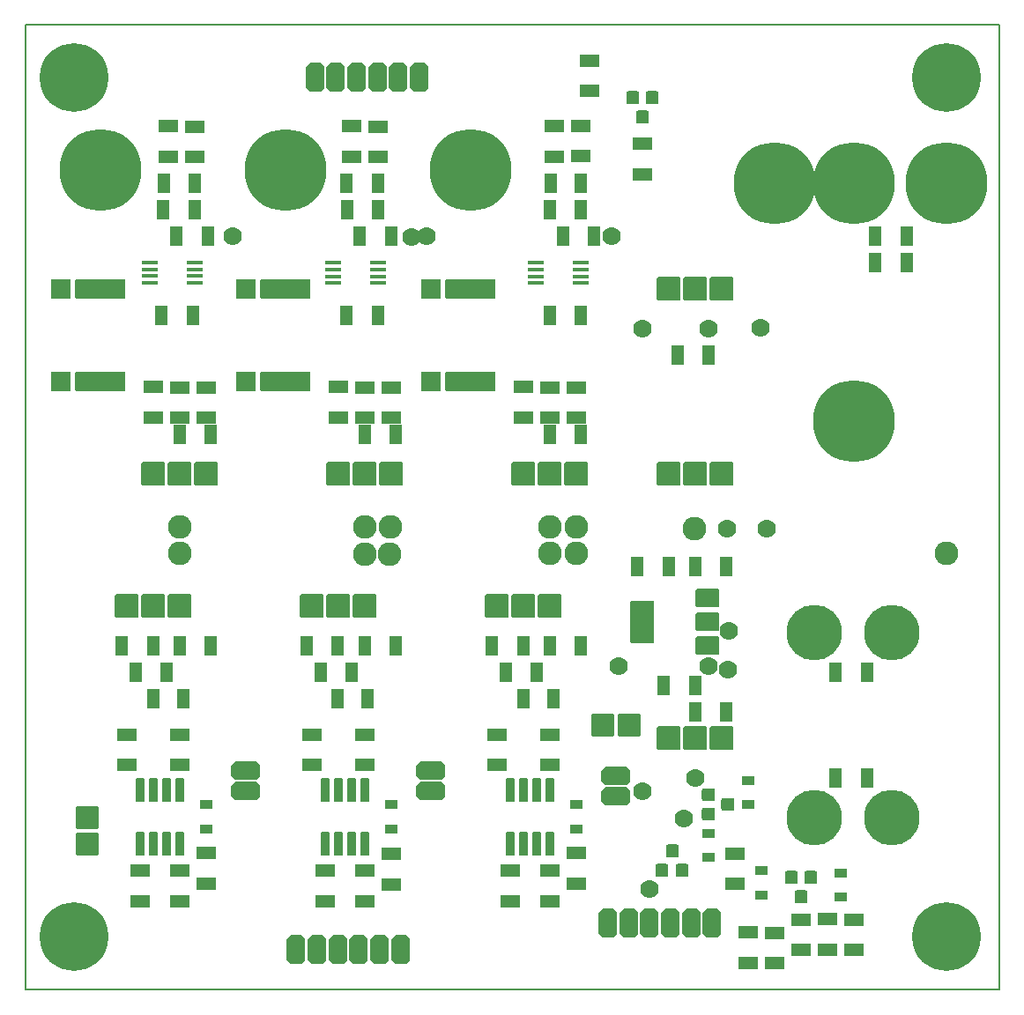
<source format=gbr>
G04 PROTEUS RS274X GERBER FILE*
%FSLAX45Y45*%
%MOMM*%
G01*
%ADD45C,1.016000*%
%ADD46C,2.286000*%
%ADD47C,1.778000*%
%ADD48C,7.874000*%
%ADD49C,5.334000*%
%AMPPAD049*
4,1,4,
0.571500,0.901700,
-0.571500,0.901700,
-0.571500,-0.901700,
0.571500,-0.901700,
0.571500,0.901700,
0*%
%ADD55PPAD049*%
%AMPPAD050*
4,1,4,
-0.901700,0.571500,
-0.901700,-0.571500,
0.901700,-0.571500,
0.901700,0.571500,
-0.901700,0.571500,
0*%
%ADD56PPAD050*%
%AMPPAD051*
4,1,36,
-2.413000,0.825500,
-2.413000,-0.825500,
-2.410470,-0.851470,
-2.403200,-0.875480,
-2.391650,-0.897080,
-2.376290,-0.915790,
-2.357570,-0.931150,
-2.335980,-0.942700,
-2.311970,-0.949970,
-2.286000,-0.952500,
2.286000,-0.952500,
2.311970,-0.949970,
2.335980,-0.942700,
2.357570,-0.931150,
2.376290,-0.915790,
2.391650,-0.897080,
2.403200,-0.875480,
2.410470,-0.851470,
2.413000,-0.825500,
2.413000,0.825500,
2.410470,0.851470,
2.403200,0.875480,
2.391650,0.897080,
2.376290,0.915790,
2.357570,0.931150,
2.335980,0.942700,
2.311970,0.949970,
2.286000,0.952500,
-2.286000,0.952500,
-2.311970,0.949970,
-2.335980,0.942700,
-2.357570,0.931150,
-2.376290,0.915790,
-2.391650,0.897080,
-2.403200,0.875480,
-2.410470,0.851470,
-2.413000,0.825500,
0*%
%ADD57PPAD051*%
%AMPPAD052*
4,1,36,
-0.952500,0.825500,
-0.952500,-0.825500,
-0.949970,-0.851470,
-0.942700,-0.875480,
-0.931150,-0.897080,
-0.915790,-0.915790,
-0.897070,-0.931150,
-0.875480,-0.942700,
-0.851470,-0.949970,
-0.825500,-0.952500,
0.825500,-0.952500,
0.851470,-0.949970,
0.875480,-0.942700,
0.897070,-0.931150,
0.915790,-0.915790,
0.931150,-0.897080,
0.942700,-0.875480,
0.949970,-0.851470,
0.952500,-0.825500,
0.952500,0.825500,
0.949970,0.851470,
0.942700,0.875480,
0.931150,0.897080,
0.915790,0.915790,
0.897070,0.931150,
0.875480,0.942700,
0.851470,0.949970,
0.825500,0.952500,
-0.825500,0.952500,
-0.851470,0.949970,
-0.875480,0.942700,
-0.897070,0.931150,
-0.915790,0.915790,
-0.931150,0.897080,
-0.942700,0.875480,
-0.949970,0.851470,
-0.952500,0.825500,
0*%
%ADD58PPAD052*%
%AMPPAD053*
4,1,36,
-0.317500,-1.143000,
0.317500,-1.143000,
0.343470,-1.140470,
0.367480,-1.133200,
0.389080,-1.121650,
0.407790,-1.106290,
0.423150,-1.087570,
0.434700,-1.065980,
0.441970,-1.041970,
0.444500,-1.016000,
0.444500,1.016000,
0.441970,1.041970,
0.434700,1.065980,
0.423150,1.087570,
0.407790,1.106290,
0.389080,1.121650,
0.367480,1.133200,
0.343470,1.140470,
0.317500,1.143000,
-0.317500,1.143000,
-0.343470,1.140470,
-0.367480,1.133200,
-0.389080,1.121650,
-0.407790,1.106290,
-0.423150,1.087570,
-0.434700,1.065980,
-0.441970,1.041970,
-0.444500,1.016000,
-0.444500,-1.016000,
-0.441970,-1.041970,
-0.434700,-1.065980,
-0.423150,-1.087570,
-0.407790,-1.106290,
-0.389080,-1.121650,
-0.367480,-1.133200,
-0.343470,-1.140470,
-0.317500,-1.143000,
0*%
%ADD59PPAD053*%
%AMPPAD054*
4,1,36,
-0.571500,0.317500,
-0.571500,-0.317500,
-0.568970,-0.343470,
-0.561700,-0.367480,
-0.550150,-0.389080,
-0.534790,-0.407790,
-0.516070,-0.423150,
-0.494480,-0.434700,
-0.470470,-0.441970,
-0.444500,-0.444500,
0.444500,-0.444500,
0.470470,-0.441970,
0.494480,-0.434700,
0.516070,-0.423150,
0.534790,-0.407790,
0.550150,-0.389080,
0.561700,-0.367480,
0.568970,-0.343470,
0.571500,-0.317500,
0.571500,0.317500,
0.568970,0.343470,
0.561700,0.367480,
0.550150,0.389080,
0.534790,0.407790,
0.516070,0.423150,
0.494480,0.434700,
0.470470,0.441970,
0.444500,0.444500,
-0.444500,0.444500,
-0.470470,0.441970,
-0.494480,0.434700,
-0.516070,0.423150,
-0.534790,0.407790,
-0.550150,0.389080,
-0.561700,0.367480,
-0.568970,0.343470,
-0.571500,0.317500,
0*%
%ADD60PPAD054*%
%AMPPAD055*
4,1,4,
0.723900,0.190500,
0.723900,-0.190500,
-0.723900,-0.190500,
-0.723900,0.190500,
0.723900,0.190500,
0*%
%ADD61PPAD055*%
%AMPPAD044*
4,1,8,
-0.509800,1.397000,
0.509800,1.397000,
0.889000,1.017800,
0.889000,-1.017800,
0.509800,-1.397000,
-0.509800,-1.397000,
-0.889000,-1.017800,
-0.889000,1.017800,
-0.509800,1.397000,
0*%
%ADD50PPAD044*%
%AMPPAD045*
4,1,36,
1.016000,-1.143000,
-1.016000,-1.143000,
-1.041970,-1.140470,
-1.065980,-1.133200,
-1.087580,-1.121650,
-1.106290,-1.106290,
-1.121650,-1.087570,
-1.133200,-1.065980,
-1.140470,-1.041970,
-1.143000,-1.016000,
-1.143000,1.016000,
-1.140470,1.041970,
-1.133200,1.065980,
-1.121650,1.087570,
-1.106290,1.106290,
-1.087580,1.121650,
-1.065980,1.133200,
-1.041970,1.140470,
-1.016000,1.143000,
1.016000,1.143000,
1.041970,1.140470,
1.065980,1.133200,
1.087580,1.121650,
1.106290,1.106290,
1.121650,1.087570,
1.133200,1.065980,
1.140470,1.041970,
1.143000,1.016000,
1.143000,-1.016000,
1.140470,-1.041970,
1.133200,-1.065980,
1.121650,-1.087570,
1.106290,-1.106290,
1.087580,-1.121650,
1.065980,-1.133200,
1.041970,-1.140470,
1.016000,-1.143000,
0*%
%ADD51PPAD045*%
%AMPPAD046*
4,1,8,
-1.397000,-0.509800,
-1.397000,0.509800,
-1.017800,0.889000,
1.017800,0.889000,
1.397000,0.509800,
1.397000,-0.509800,
1.017800,-0.889000,
-1.017800,-0.889000,
-1.397000,-0.509800,
0*%
%ADD52PPAD046*%
%AMPPAD056*
4,1,36,
-0.444500,-0.635000,
0.444500,-0.635000,
0.470470,-0.632470,
0.494480,-0.625200,
0.516080,-0.613650,
0.534790,-0.598290,
0.550150,-0.579570,
0.561700,-0.557980,
0.568970,-0.533970,
0.571500,-0.508000,
0.571500,0.508000,
0.568970,0.533970,
0.561700,0.557980,
0.550150,0.579570,
0.534790,0.598290,
0.516080,0.613650,
0.494480,0.625200,
0.470470,0.632470,
0.444500,0.635000,
-0.444500,0.635000,
-0.470470,0.632470,
-0.494480,0.625200,
-0.516080,0.613650,
-0.534790,0.598290,
-0.550150,0.579570,
-0.561700,0.557980,
-0.568970,0.533970,
-0.571500,0.508000,
-0.571500,-0.508000,
-0.568970,-0.533970,
-0.561700,-0.557980,
-0.550150,-0.579570,
-0.534790,-0.598290,
-0.516080,-0.613650,
-0.494480,-0.625200,
-0.470470,-0.632470,
-0.444500,-0.635000,
0*%
%ADD62PPAD056*%
%AMPPAD057*
4,1,36,
-0.635000,0.444500,
-0.635000,-0.444500,
-0.632470,-0.470470,
-0.625200,-0.494480,
-0.613650,-0.516080,
-0.598290,-0.534790,
-0.579570,-0.550150,
-0.557980,-0.561700,
-0.533970,-0.568970,
-0.508000,-0.571500,
0.508000,-0.571500,
0.533970,-0.568970,
0.557980,-0.561700,
0.579570,-0.550150,
0.598290,-0.534790,
0.613650,-0.516080,
0.625200,-0.494480,
0.632470,-0.470470,
0.635000,-0.444500,
0.635000,0.444500,
0.632470,0.470470,
0.625200,0.494480,
0.613650,0.516080,
0.598290,0.534790,
0.579570,0.550150,
0.557980,0.561700,
0.533970,0.568970,
0.508000,0.571500,
-0.508000,0.571500,
-0.533970,0.568970,
-0.557980,0.561700,
-0.579570,0.550150,
-0.598290,0.534790,
-0.613650,0.516080,
-0.625200,0.494480,
-0.632470,0.470470,
-0.635000,0.444500,
0*%
%ADD63PPAD057*%
%ADD53C,6.604000*%
%AMPPAD058*
4,1,36,
-1.143000,0.762000,
-1.143000,-0.762000,
-1.140470,-0.787970,
-1.133200,-0.811980,
-1.121650,-0.833580,
-1.106290,-0.852290,
-1.087570,-0.867650,
-1.065980,-0.879200,
-1.041970,-0.886470,
-1.016000,-0.889000,
1.016000,-0.889000,
1.041970,-0.886470,
1.065980,-0.879200,
1.087570,-0.867650,
1.106290,-0.852290,
1.121650,-0.833580,
1.133200,-0.811980,
1.140470,-0.787970,
1.143000,-0.762000,
1.143000,0.762000,
1.140470,0.787970,
1.133200,0.811980,
1.121650,0.833580,
1.106290,0.852290,
1.087570,0.867650,
1.065980,0.879200,
1.041970,0.886470,
1.016000,0.889000,
-1.016000,0.889000,
-1.041970,0.886470,
-1.065980,0.879200,
-1.087570,0.867650,
-1.106290,0.852290,
-1.121650,0.833580,
-1.133200,0.811980,
-1.140470,0.787970,
-1.143000,0.762000,
0*%
%ADD64PPAD058*%
%AMPPAD059*
4,1,36,
-1.016000,-2.032000,
1.016000,-2.032000,
1.041970,-2.029470,
1.065980,-2.022200,
1.087580,-2.010650,
1.106290,-1.995290,
1.121650,-1.976570,
1.133200,-1.954980,
1.140470,-1.930970,
1.143000,-1.905000,
1.143000,1.905000,
1.140470,1.930970,
1.133200,1.954980,
1.121650,1.976570,
1.106290,1.995290,
1.087580,2.010650,
1.065980,2.022200,
1.041970,2.029470,
1.016000,2.032000,
-1.016000,2.032000,
-1.041970,2.029470,
-1.065980,2.022200,
-1.087580,2.010650,
-1.106290,1.995290,
-1.121650,1.976570,
-1.133200,1.954980,
-1.140470,1.930970,
-1.143000,1.905000,
-1.143000,-1.905000,
-1.140470,-1.930970,
-1.133200,-1.954980,
-1.121650,-1.976570,
-1.106290,-1.995290,
-1.087580,-2.010650,
-1.065980,-2.022200,
-1.041970,-2.029470,
-1.016000,-2.032000,
0*%
%ADD65PPAD059*%
%AMPPAD048*
4,1,36,
-0.952500,1.079500,
0.952500,1.079500,
0.978470,1.076970,
1.002480,1.069700,
1.024080,1.058150,
1.042790,1.042790,
1.058150,1.024070,
1.069700,1.002480,
1.076970,0.978470,
1.079500,0.952500,
1.079500,-0.952500,
1.076970,-0.978470,
1.069700,-1.002480,
1.058150,-1.024070,
1.042790,-1.042790,
1.024080,-1.058150,
1.002480,-1.069700,
0.978470,-1.076970,
0.952500,-1.079500,
-0.952500,-1.079500,
-0.978470,-1.076970,
-1.002480,-1.069700,
-1.024080,-1.058150,
-1.042790,-1.042790,
-1.058150,-1.024070,
-1.069700,-1.002480,
-1.076970,-0.978470,
-1.079500,-0.952500,
-1.079500,0.952500,
-1.076970,0.978470,
-1.069700,1.002480,
-1.058150,1.024070,
-1.042790,1.042790,
-1.024080,1.058150,
-1.002480,1.069700,
-0.978470,1.076970,
-0.952500,1.079500,
0*%
%ADD54PPAD048*%
%ADD20C,0.203200*%
D45*
X+3810000Y+4445000D03*
X+4051457Y+4702773D03*
D46*
X+2032000Y+4699000D03*
X+2032000Y+4445000D03*
X+3810000Y+4699000D03*
X+4055230Y+4699000D03*
X+4051618Y+4443502D03*
X+3811498Y+4443502D03*
X+5588000Y+4699000D03*
X+5842000Y+4699000D03*
X+5588000Y+4445000D03*
X+6976920Y+4688387D03*
X+5842000Y+4445000D03*
X+9398000Y+4445000D03*
D45*
X+7612422Y+7784235D03*
X+7678581Y+4692661D03*
D47*
X+7293866Y+4688290D03*
X+7674210Y+4688290D03*
X+6184414Y+7494764D03*
X+4405826Y+7492558D03*
X+4261775Y+7489618D03*
X+2540000Y+7493000D03*
X+7610593Y+7782406D03*
X+7610593Y+6613406D03*
X+7112000Y+6604000D03*
X+6477000Y+6604000D03*
X+6985000Y+2286000D03*
X+6880957Y+1895663D03*
X+6477000Y+2159000D03*
X+6548604Y+1222517D03*
X+7309328Y+3699668D03*
X+7304701Y+3326249D03*
X+6254136Y+3362786D03*
X+7117647Y+3364262D03*
D48*
X+7747000Y+8000999D03*
X+9398000Y+8001000D03*
X+8509001Y+8000999D03*
X+8509000Y+5715000D03*
D49*
X+8128000Y+1905000D03*
X+8878001Y+1905000D03*
X+8128000Y+3683000D03*
X+8878000Y+3683000D03*
D55*
X+9017000Y+7493000D03*
X+8717000Y+7493000D03*
X+9017000Y+7239000D03*
X+8717000Y+7239000D03*
D56*
X+6477000Y+8382000D03*
X+6477000Y+8092000D03*
D55*
X+8636000Y+3302000D03*
X+8336000Y+3302000D03*
X+8636000Y+2286000D03*
X+8336000Y+2286000D03*
X+6985000Y+2921000D03*
X+7285000Y+2921000D03*
X+6731000Y+4318000D03*
X+6431000Y+4318000D03*
X+6985000Y+4318000D03*
X+7285000Y+4318000D03*
X+6985000Y+3175000D03*
X+6685000Y+3175000D03*
D57*
X+3048000Y+6985000D03*
X+3048000Y+6096000D03*
D58*
X+2667000Y+6096000D03*
X+2667000Y+6985000D03*
D57*
X+4826000Y+6985000D03*
X+4826000Y+6096000D03*
D58*
X+4445000Y+6096000D03*
X+4445000Y+6985000D03*
D57*
X+1270000Y+6985000D03*
X+1270000Y+6096000D03*
D58*
X+889000Y+6096000D03*
X+889000Y+6985000D03*
D55*
X+2332000Y+3556000D03*
X+2032000Y+3556000D03*
D59*
X+2032000Y+1651000D03*
X+1905000Y+1651000D03*
X+1778000Y+1651000D03*
X+1651000Y+1651000D03*
X+1651000Y+2171700D03*
X+1778000Y+2171700D03*
X+1905000Y+2171700D03*
X+2032000Y+2171700D03*
D56*
X+2286000Y+1570000D03*
X+2286000Y+1270000D03*
D60*
X+2286000Y+1797050D03*
X+2286000Y+2032000D03*
D56*
X+2032000Y+2703000D03*
X+2032000Y+2413000D03*
X+1524000Y+2703000D03*
X+1524000Y+2413000D03*
D61*
X+1746000Y+7047000D03*
X+1746000Y+7112000D03*
X+1746000Y+7177000D03*
X+1746000Y+7242000D03*
X+2176000Y+7242000D03*
X+2176000Y+7177000D03*
X+2176000Y+7112000D03*
X+2176000Y+7047000D03*
D55*
X+1876000Y+7750000D03*
X+2176000Y+7750000D03*
X+1859000Y+6731000D03*
X+2159000Y+6731000D03*
D56*
X+1922000Y+8258000D03*
X+1922000Y+8558000D03*
D55*
X+2003000Y+7496000D03*
X+2303000Y+7496000D03*
D56*
X+2176000Y+8548000D03*
X+2176000Y+8258000D03*
D55*
X+1886000Y+8004000D03*
X+2176000Y+8004000D03*
D59*
X+3810000Y+1651000D03*
X+3683000Y+1651000D03*
X+3556000Y+1651000D03*
X+3429000Y+1651000D03*
X+3429000Y+2171700D03*
X+3556000Y+2171700D03*
X+3683000Y+2171700D03*
X+3810000Y+2171700D03*
D56*
X+3810000Y+2703000D03*
X+3810000Y+2413000D03*
X+3302000Y+2703000D03*
X+3302000Y+2413000D03*
X+4064000Y+1561707D03*
X+4064000Y+1261707D03*
D60*
X+4064000Y+1797050D03*
X+4064000Y+2032000D03*
X+5842000Y+1797050D03*
X+5842000Y+2032000D03*
D59*
X+5588000Y+1651000D03*
X+5461000Y+1651000D03*
X+5334000Y+1651000D03*
X+5207000Y+1651000D03*
X+5207000Y+2171700D03*
X+5334000Y+2171700D03*
X+5461000Y+2171700D03*
X+5588000Y+2171700D03*
D56*
X+5842000Y+1570000D03*
X+5842000Y+1270000D03*
X+5588000Y+2703000D03*
X+5588000Y+2413000D03*
X+5080000Y+2703000D03*
X+5080000Y+2413000D03*
D61*
X+3507000Y+7044000D03*
X+3507000Y+7109000D03*
X+3507000Y+7174000D03*
X+3507000Y+7239000D03*
X+3937000Y+7239000D03*
X+3937000Y+7174000D03*
X+3937000Y+7109000D03*
X+3937000Y+7044000D03*
X+5458000Y+7044000D03*
X+5458000Y+7109000D03*
X+5458000Y+7174000D03*
X+5458000Y+7239000D03*
X+5888000Y+7239000D03*
X+5888000Y+7174000D03*
X+5888000Y+7109000D03*
X+5888000Y+7044000D03*
D56*
X+3683000Y+8255000D03*
X+3683000Y+8555000D03*
D55*
X+3764000Y+7493000D03*
X+4064000Y+7493000D03*
X+3637000Y+8001000D03*
X+3937000Y+8001000D03*
X+3637000Y+6731000D03*
X+3937000Y+6731000D03*
D56*
X+3937000Y+8545000D03*
X+3937000Y+8255000D03*
D55*
X+3647000Y+7747000D03*
X+3937000Y+7747000D03*
D56*
X+5634000Y+8255000D03*
X+5634000Y+8555000D03*
D55*
X+5715000Y+7493000D03*
X+6015000Y+7493000D03*
X+5588000Y+7747000D03*
X+5888000Y+7747000D03*
X+5588000Y+6731000D03*
X+5888000Y+6731000D03*
D56*
X+5888000Y+8555000D03*
X+5888000Y+8265000D03*
D55*
X+5598000Y+8001000D03*
X+5888000Y+8001000D03*
D48*
X+1270000Y+8128000D03*
X+4826000Y+8128000D03*
D56*
X+5588000Y+1397000D03*
X+5588000Y+1107000D03*
X+5207000Y+1397000D03*
X+5207000Y+1107000D03*
X+3810000Y+1397000D03*
X+3810000Y+1107000D03*
X+3429000Y+1397000D03*
X+3429000Y+1107000D03*
X+2032000Y+1397000D03*
X+2032000Y+1107000D03*
X+1651000Y+1397000D03*
X+1651000Y+1107000D03*
D50*
X+3156000Y+635000D03*
X+3356000Y+635000D03*
X+3556000Y+635000D03*
X+3756000Y+635000D03*
X+3956000Y+635000D03*
X+4156000Y+635000D03*
X+3337000Y+9017000D03*
X+3537000Y+9017000D03*
X+3737000Y+9017000D03*
X+3937000Y+9017000D03*
X+4137000Y+9017000D03*
X+4337000Y+9017000D03*
X+7150000Y+889000D03*
X+6950000Y+889000D03*
X+6750000Y+889000D03*
X+6550000Y+889000D03*
X+6350000Y+889000D03*
X+6150000Y+889000D03*
D51*
X+2286000Y+5207000D03*
X+2032000Y+5207000D03*
X+1778000Y+5207000D03*
X+1524000Y+3937000D03*
X+1778000Y+3937000D03*
X+2032000Y+3937000D03*
X+4064000Y+5207000D03*
X+3810000Y+5207000D03*
X+3556000Y+5207000D03*
X+3302000Y+3937000D03*
X+3556000Y+3937000D03*
X+3810000Y+3937000D03*
X+5842000Y+5207000D03*
X+5588000Y+5207000D03*
X+5334000Y+5207000D03*
X+5080000Y+3937000D03*
X+5334000Y+3937000D03*
X+5588000Y+3937000D03*
D48*
X+3048000Y+8128000D03*
D51*
X+7239000Y+2667000D03*
X+6985000Y+2667000D03*
X+6731000Y+2667000D03*
D52*
X+6223000Y+2108056D03*
X+6223000Y+2308056D03*
X+2667000Y+2159000D03*
X+2667000Y+2359000D03*
X+4445000Y+2159000D03*
X+4445000Y+2359000D03*
D55*
X+2032000Y+5588000D03*
X+2332000Y+5588000D03*
X+1778000Y+3556000D03*
X+1478000Y+3556000D03*
D56*
X+2286000Y+5751000D03*
X+2286000Y+6041000D03*
D55*
X+1615000Y+3302000D03*
X+1905000Y+3302000D03*
D56*
X+1778000Y+6051000D03*
X+1778000Y+5751000D03*
X+2032000Y+5751000D03*
X+2032000Y+6041000D03*
D55*
X+1778000Y+3048000D03*
X+2068000Y+3048000D03*
X+3393000Y+3302000D03*
X+3683000Y+3302000D03*
X+3810000Y+5588000D03*
X+4110000Y+5588000D03*
D56*
X+3556226Y+6050774D03*
X+3556226Y+5750774D03*
D55*
X+3550255Y+3556000D03*
X+3250255Y+3556000D03*
X+4110000Y+3556000D03*
X+3810000Y+3556000D03*
D56*
X+4064226Y+5750774D03*
X+4064226Y+6040774D03*
X+3810226Y+5750774D03*
X+3810226Y+6040774D03*
D55*
X+3550255Y+3048000D03*
X+3840255Y+3048000D03*
X+5588000Y+5588000D03*
X+5888000Y+5588000D03*
D56*
X+5334000Y+6051000D03*
X+5334000Y+5751000D03*
D55*
X+5334000Y+3556000D03*
X+5034000Y+3556000D03*
X+5888000Y+3556000D03*
X+5588000Y+3556000D03*
D56*
X+5842000Y+5751000D03*
X+5842000Y+6041000D03*
X+5588000Y+5751000D03*
X+5588000Y+6041000D03*
D55*
X+5171000Y+3302000D03*
X+5461000Y+3302000D03*
X+5334000Y+3048000D03*
X+5624000Y+3048000D03*
D62*
X+6764020Y+1587500D03*
X+6858000Y+1397000D03*
X+6670040Y+1397000D03*
D60*
X+7112000Y+1758950D03*
X+7112000Y+1524000D03*
X+7620000Y+1162050D03*
X+7620000Y+1397000D03*
D56*
X+8255000Y+635000D03*
X+8255000Y+935000D03*
D60*
X+8382000Y+1143000D03*
X+8382000Y+1377950D03*
D56*
X+8001000Y+635000D03*
X+8001000Y+925000D03*
X+8509000Y+635000D03*
X+8509000Y+925000D03*
D62*
X+8001000Y+1143000D03*
X+7907020Y+1333500D03*
X+8094980Y+1333500D03*
D56*
X+7493000Y+508000D03*
X+7493000Y+808000D03*
D60*
X+7493000Y+2032000D03*
X+7493000Y+2266950D03*
D63*
X+7302535Y+2032000D03*
X+7112035Y+1938020D03*
X+7112035Y+2125980D03*
D56*
X+7366000Y+1270000D03*
X+7366000Y+1560000D03*
X+7747000Y+508000D03*
X+7747000Y+798000D03*
D53*
X+9398000Y+762000D03*
X+1016000Y+762000D03*
D62*
X+6477000Y+8636000D03*
X+6383020Y+8826500D03*
X+6570980Y+8826500D03*
D55*
X+7112000Y+6350000D03*
X+6822000Y+6350000D03*
D56*
X+5969000Y+8890000D03*
X+5969000Y+9180000D03*
D51*
X+7239000Y+6985000D03*
X+6985000Y+6985000D03*
X+6731000Y+6985000D03*
X+7239000Y+5207000D03*
X+6985000Y+5207000D03*
X+6731000Y+5207000D03*
D64*
X+7106920Y+4018856D03*
D65*
X+6477000Y+3787716D03*
D64*
X+7106920Y+3787716D03*
X+7106920Y+3556576D03*
D53*
X+1016000Y+9017000D03*
X+9398000Y+9017000D03*
D54*
X+1143000Y+1905000D03*
X+1143000Y+1655000D03*
X+6350000Y+2794000D03*
X+6100000Y+2794000D03*
D20*
X+552000Y+254000D02*
X+9906000Y+254000D01*
X+9906000Y+9525000D01*
X+552000Y+9525000D01*
X+552000Y+254000D01*
M02*

</source>
